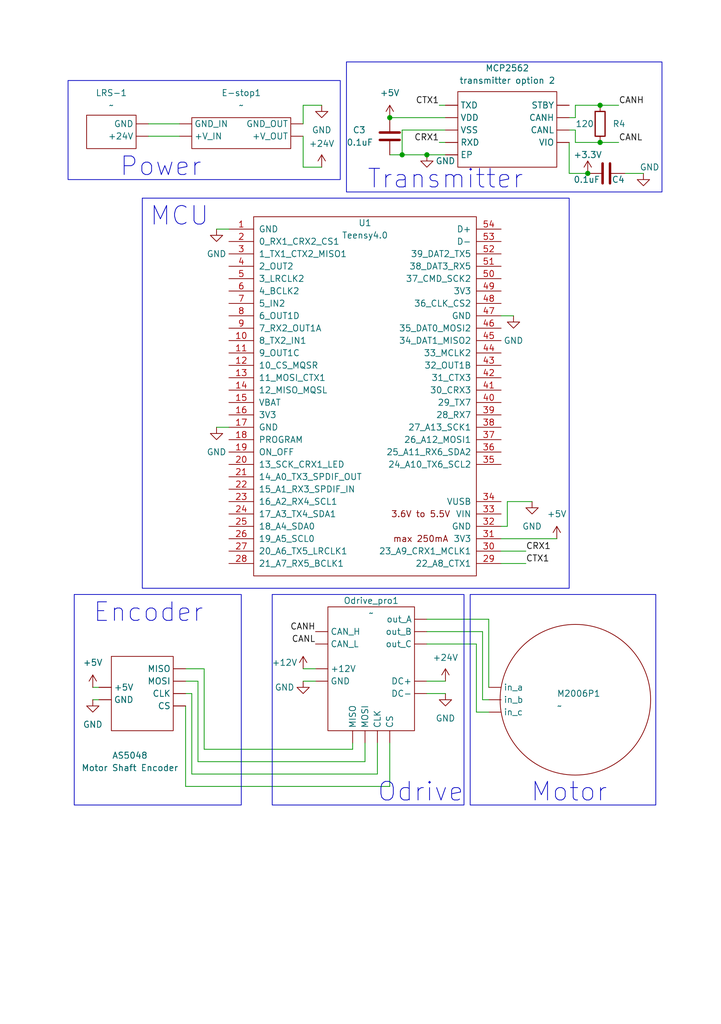
<source format=kicad_sch>
(kicad_sch (version 20250114) (generator "eeschema") (generator_version "9.0")
  (paper "A5" portrait)
  (title_block (title "RDS 1-DOF Prototype") (date "2026-02-19") (company "RDS Speedster Team 2026"))
  (lib_symbols
    (symbol "Device:C" (pin_numbers (hide yes)) (pin_names (offset 0.254))
      (property "Reference" "C" (at 0.635 2.54 0))
      (property "Value" "C" (at 0.635 -2.54 0))
      (symbol "C_0_1"
        (polyline (pts (xy -2.032 0.762) (xy 2.032 0.762)) (stroke (width 0.508)))
        (polyline (pts (xy -2.032 -0.762) (xy 2.032 -0.762)) (stroke (width 0.508)))
      )
      (symbol "C_1_1"
        (pin passive line (at 0 3.81 270) (length 2.794) (name "~") (number "1"))
        (pin passive line (at 0 -3.81 90) (length 2.794) (name "~") (number "2"))
      )
    )
    (symbol "Device:R" (pin_numbers (hide yes)) (pin_names (offset 0))
      (property "Reference" "R" (at 2.032 0 90))
      (property "Value" "R" (at 0 0 90))
      (symbol "R_0_1"
        (rectangle (start -1.016 -2.54) (end 1.016 2.54) (stroke (width 0.254)))
      )
      (symbol "R_1_1"
        (pin passive line (at 0 3.81 270) (length 1.27) (name "~") (number "1"))
        (pin passive line (at 0 -3.81 90) (length 1.27) (name "~") (number "2"))
      )
    )
    (symbol "MCP2561_1"
      (property "Reference" "MCP2" (at 0 12.7 0))
      (property "Value" "~" (at 0 10.16 0))
      (symbol "MCP2561_1_0_1"
        (rectangle (start -10.16 7.874) (end 10.16 -7.62))
      )
      (symbol "MCP2561_1_1_1"
        (pin output line (at -12.7 5.08 0) (length 2.54) (name "TXD") (number ""))
        (pin power_in line (at -12.7 2.54 0) (length 2.54) (name "VDD") (number ""))
        (pin power_in line (at -12.7 0 0) (length 2.54) (name "VSS") (number ""))
        (pin output line (at -12.7 -2.54 0) (length 2.54) (name "RXD") (number ""))
        (pin power_in line (at -12.7 -5.08 0) (length 2.54) (name "EP") (number ""))
        (pin output line (at 12.7 5.08 180) (length 2.54) (name "STBY") (number ""))
        (pin output line (at 12.7 2.54 180) (length 2.54) (name "CANH") (number ""))
        (pin output line (at 12.7 0 180) (length 2.54) (name "CANL") (number ""))
        (pin output line (at 12.7 -2.54 180) (length 2.54) (name "VIO") (number ""))
      )
    )
    (symbol "RDS_lib:AMT223C-V"
      (property "Reference" "AMT223C-V" (at -0.254 7.366 0))
      (symbol "AMT223C-V_0_1"
        (rectangle (start -6.35 8.89) (end 6.35 -6.35))
      )
      (symbol "AMT223C-V_1_1"
        (pin output line (at -8.89 3.81 0) (length 2.54) (name "CS") (number ""))
        (pin output line (at -8.89 1.27 0) (length 2.54) (name "CLK") (number ""))
        (pin output line (at -8.89 -1.27 0) (length 2.54) (name "MOSI") (number ""))
        (pin output line (at -8.89 -3.81 0) (length 2.54) (name "MISO") (number ""))
        (pin power_in line (at 8.89 2.54 180) (length 2.54) (name "GND") (number ""))
        (pin power_in line (at 8.89 0 180) (length 2.54) (name "+5V") (number ""))
      )
    )
    (symbol "RDS_lib:FB1W-YW1B-V4E02R"
      (property "Reference" "E-stop" (at 0 5.08 0))
      (symbol "FB1W-YW1B-V4E02R_0_1"
        (rectangle (start -10.16 3.81) (end 10.16 -2.54))
      )
      (symbol "FB1W-YW1B-V4E02R_1_1"
        (pin power_in line (at -12.7 2.54 0) (length 2.54) (name "GND_IN") (number ""))
        (pin power_in line (at -12.7 0 0) (length 2.54) (name "+V_IN") (number ""))
        (pin power_out line (at 12.7 2.54 180) (length 2.54) (name "GND_OUT") (number ""))
        (pin power_out line (at 12.7 0 180) (length 2.54) (name "+V_OUT") (number ""))
      )
    )
    (symbol "RDS_lib:LRS-350"
      (property "Reference" "LRS-350-24" (at 0 5.08 0))
      (symbol "LRS-350_0_1"
        (rectangle (start -5.08 2.54) (end 5.08 -4.318))
      )
      (symbol "LRS-350_1_1"
        (pin power_out line (at -7.62 0 0) (length 2.54) (name "+24V") (number ""))
        (pin power_out line (at -7.62 -2.54 0) (length 2.54) (name "GND") (number ""))
      )
    )
    (symbol "RDS_lib:M2006 P36"
      (property "Reference" "M2006P36" (at 0.508 10.922 0))
      (symbol "M2006 P36_0_1"
        (circle (center 0 0) (radius 15.4502))
      )
      (symbol "M2006 P36_1_1"
        (pin input line (at -17.78 2.54 0) (length 2.54) (name "in_a") (number ""))
        (pin input line (at -17.78 0 0) (length 2.54) (name "in_b") (number ""))
        (pin input line (at -17.78 -2.54 0) (length 2.54) (name "in_c") (number ""))
      )
    )
    (symbol "RDS_lib:odrive_pro"
      (property "Reference" "Odrive_pro" (at 0.254 12.446 0))
      (symbol "odrive_pro_0_1"
        (rectangle (start -10.16 10.16) (end 7.62 -15.24))
      )
      (symbol "odrive_pro_1_1"
        (pin input line (at -12.7 5.08 0) (length 2.54) (name "CAN_H") (number ""))
        (pin input line (at -12.7 2.54 0) (length 2.54) (name "CAN_L") (number ""))
        (pin power_in line (at -12.7 -2.54 0) (length 2.54) (name "+12V") (number ""))
        (pin power_in line (at -12.7 -5.08 0) (length 2.54) (name "GND") (number ""))
        (pin input line (at -5.08 -17.78 90) (length 2.54) (name "MISO") (number ""))
        (pin input line (at -2.54 -17.78 90) (length 2.54) (name "MOSI") (number ""))
        (pin input line (at 0 -17.78 90) (length 2.54) (name "CLK") (number ""))
        (pin input line (at 2.54 -17.78 90) (length 2.54) (name "CS") (number ""))
        (pin output line (at 10.16 7.62 180) (length 2.54) (name "out_A") (number ""))
        (pin output line (at 10.16 5.08 180) (length 2.54) (name "out_B") (number ""))
        (pin output line (at 10.16 2.54 180) (length 2.54) (name "out_C") (number ""))
        (pin power_in line (at 10.16 -5.08 180) (length 2.54) (name "DC+") (number ""))
        (pin power_in line (at 10.16 -7.62 180) (length 2.54) (name "DC-") (number ""))
      )
    )
    (symbol "power:+12V" (power) (pin_numbers (hide yes)) (pin_names (offset 0) (hide yes))
      (property "Value" "+12V" (at 0 3.556 0))
      (symbol "+12V_0_1"
        (polyline (pts (xy -0.762 1.27) (xy 0 2.54)))
        (polyline (pts (xy 0 2.54) (xy 0.762 1.27)))
        (polyline (pts (xy 0 0) (xy 0 2.54)))
      )
      (symbol "+12V_1_1"
        (pin power_in line (at 0 0 90) (length 0) (name "~") (number "1"))
      )
    )
    (symbol "power:+24V" (power) (pin_numbers (hide yes)) (pin_names (offset 0) (hide yes))
      (property "Value" "+24V" (at 0 3.556 0))
      (symbol "+24V_0_1"
        (polyline (pts (xy -0.762 1.27) (xy 0 2.54)))
        (polyline (pts (xy 0 2.54) (xy 0.762 1.27)))
        (polyline (pts (xy 0 0) (xy 0 2.54)))
      )
      (symbol "+24V_1_1"
        (pin power_in line (at 0 0 90) (length 0) (name "~") (number "1"))
      )
    )
    (symbol "power:+3.3V" (power) (pin_numbers (hide yes)) (pin_names (offset 0) (hide yes))
      (property "Value" "+3.3V" (at 0 3.556 0))
      (symbol "+3.3V_0_1"
        (polyline (pts (xy -0.762 1.27) (xy 0 2.54)))
        (polyline (pts (xy 0 2.54) (xy 0.762 1.27)))
        (polyline (pts (xy 0 0) (xy 0 2.54)))
      )
      (symbol "+3.3V_1_1"
        (pin power_in line (at 0 0 90) (length 0) (name "~") (number "1"))
      )
    )
    (symbol "power:+5V" (power) (pin_numbers (hide yes)) (pin_names (offset 0) (hide yes))
      (property "Value" "+5V" (at 0 3.556 0))
      (symbol "+5V_0_1"
        (polyline (pts (xy -0.762 1.27) (xy 0 2.54)))
        (polyline (pts (xy 0 2.54) (xy 0.762 1.27)))
        (polyline (pts (xy 0 0) (xy 0 2.54)))
      )
      (symbol "+5V_1_1"
        (pin power_in line (at 0 0 90) (length 0) (name "~") (number "1"))
      )
    )
    (symbol "power:GND" (power) (pin_numbers (hide yes)) (pin_names (offset 0) (hide yes))
      (property "Value" "GND" (at 0 -3.81 0))
      (symbol "GND_0_1"
        (polyline (pts (xy 0 0) (xy 0 -1.27) (xy 1.27 -1.27) (xy 0 -2.54) (xy -1.27 -1.27) (xy 0 -1.27)))
      )
      (symbol "GND_1_1"
        (pin power_in line (at 0 0 270) (length 0) (name "~") (number "1"))
      )
    )
    (symbol "teensy:Teensy4.0" (pin_names (offset 1.016))
      (property "Reference" "U" (at 0 39.37 0))
      (property "Value" "Teensy4.0" (at 0 -39.37 0))
      (symbol "Teensy4.0_0_0"
        (text "3.6V to 5.5V" (at 11.43 -24.13 0) (effects (font (size 1.27 1.27))))
        (text "max 250mA" (at 11.43 -29.21 0) (effects (font (size 1.27 1.27))))
        (pin bidirectional line (at -27.94 24.13 0) (length 5.08) (name "3_LRCLK2") (number "5"))
        (pin bidirectional line (at -27.94 21.59 0) (length 5.08) (name "4_BCLK2") (number "6"))
        (pin bidirectional line (at -27.94 19.05 0) (length 5.08) (name "5_IN2") (number "7"))
        (pin bidirectional line (at -27.94 16.51 0) (length 5.08) (name "6_OUT1D") (number "8"))
        (pin bidirectional line (at -27.94 13.97 0) (length 5.08) (name "7_RX2_OUT1A") (number "9"))
        (pin bidirectional line (at -27.94 11.43 0) (length 5.08) (name "8_TX2_IN1") (number "10"))
        (pin bidirectional line (at -27.94 8.89 0) (length 5.08) (name "9_OUT1C") (number "11"))
        (pin bidirectional line (at -27.94 6.35 0) (length 5.08) (name "10_CS_MQSR") (number "12"))
        (pin bidirectional line (at -27.94 3.81 0) (length 5.08) (name "11_MOSI_CTX1") (number "13"))
        (pin bidirectional line (at -27.94 1.27 0) (length 5.08) (name "12_MISO_MQSL") (number "14"))
        (pin power_in line (at -27.94 -1.27 0) (length 5.08) (name "VBAT") (number "15"))
        (pin power_in line (at -27.94 -3.81 0) (length 5.08) (name "3V3") (number "16"))
        (pin power_in line (at -27.94 -6.35 0) (length 5.08) (name "GND") (number "17"))
        (pin input line (at -27.94 -8.89 0) (length 5.08) (name "PROGRAM") (number "18"))
        (pin input line (at -27.94 -11.43 0) (length 5.08) (name "ON_OFF") (number "19"))
        (pin bidirectional line (at -27.94 -13.97 0) (length 5.08) (name "13_SCK_CRX1_LED") (number "20"))
        (pin bidirectional line (at -27.94 -16.51 0) (length 5.08) (name "14_A0_TX3_SPDIF_OUT") (number "21"))
        (pin bidirectional line (at -27.94 -19.05 0) (length 5.08) (name "15_A1_RX3_SPDIF_IN") (number "22"))
        (pin bidirectional line (at -27.94 -21.59 0) (length 5.08) (name "16_A2_RX4_SCL1") (number "23"))
        (pin bidirectional line (at -27.94 -24.13 0) (length 5.08) (name "17_A3_TX4_SDA1") (number "24"))
        (pin bidirectional line (at -27.94 -26.67 0) (length 5.08) (name "18_A4_SDA0") (number "25"))
        (pin bidirectional line (at -27.94 -29.21 0) (length 5.08) (name "19_A5_SCL0") (number "26"))
        (pin bidirectional line (at -27.94 -31.75 0) (length 5.08) (name "20_A6_TX5_LRCLK1") (number "27"))
        (pin bidirectional line (at -27.94 -34.29 0) (length 5.08) (name "21_A7_RX5_BCLK1") (number "28"))
        (pin bidirectional line (at 27.94 34.29 180) (length 5.08) (name "D+") (number "54"))
        (pin bidirectional line (at 27.94 31.75 180) (length 5.08) (name "D-") (number "53"))
        (pin bidirectional line (at 27.94 29.21 180) (length 5.08) (name "39_DAT2_TX5") (number "52"))
        (pin bidirectional line (at 27.94 26.67 180) (length 5.08) (name "38_DAT3_RX5") (number "51"))
        (pin bidirectional line (at 27.94 24.13 180) (length 5.08) (name "37_CMD_SCK2") (number "50"))
        (pin power_out line (at 27.94 21.59 180) (length 5.08) (name "3V3") (number "49"))
        (pin bidirectional line (at 27.94 19.05 180) (length 5.08) (name "36_CLK_CS2") (number "48"))
        (pin power_out line (at 27.94 16.51 180) (length 5.08) (name "GND") (number "47"))
        (pin bidirectional line (at 27.94 13.97 180) (length 5.08) (name "35_DAT0_MOSI2") (number "46"))
        (pin bidirectional line (at 27.94 11.43 180) (length 5.08) (name "34_DAT1_MISO2") (number "45"))
        (pin bidirectional line (at 27.94 8.89 180) (length 5.08) (name "33_MCLK2") (number "44"))
        (pin bidirectional line (at 27.94 6.35 180) (length 5.08) (name "32_OUT1B") (number "43"))
        (pin bidirectional line (at 27.94 3.81 180) (length 5.08) (name "31_CTX3") (number "42"))
        (pin bidirectional line (at 27.94 1.27 180) (length 5.08) (name "30_CRX3") (number "41"))
        (pin bidirectional line (at 27.94 -1.27 180) (length 5.08) (name "29_TX7") (number "40"))
        (pin bidirectional line (at 27.94 -3.81 180) (length 5.08) (name "28_RX7") (number "39"))
        (pin bidirectional line (at 27.94 -6.35 180) (length 5.08) (name "27_A13_SCK1") (number "38"))
        (pin bidirectional line (at 27.94 -8.89 180) (length 5.08) (name "26_A12_MOSI1") (number "37"))
        (pin bidirectional line (at 27.94 -11.43 180) (length 5.08) (name "25_A11_RX6_SDA2") (number "36"))
        (pin bidirectional line (at 27.94 -13.97 180) (length 5.08) (name "24_A10_TX6_SCL2") (number "35"))
        (pin power_out line (at 27.94 -21.59 180) (length 5.08) (name "VUSB") (number "34"))
        (pin power_in line (at 27.94 -24.13 180) (length 5.08) (name "VIN") (number "33"))
        (pin power_in line (at 27.94 -26.67 180) (length 5.08) (name "GND") (number "32"))
        (pin power_out line (at 27.94 -29.21 180) (length 5.08) (name "3V3") (number "31"))
        (pin bidirectional line (at 27.94 -31.75 180) (length 5.08) (name "23_A9_CRX1_MCLK1") (number "30"))
        (pin bidirectional line (at 27.94 -34.29 180) (length 5.08) (name "22_A8_CTX1") (number "29"))
      )
      (symbol "Teensy4.0_0_1"
        (rectangle (start -22.86 36.83) (end 22.86 -36.83))
        (rectangle (start -20.32 -31.75) (end -20.32 -31.75))
      )
      (symbol "Teensy4.0_1_1"
        (pin power_in line (at -27.94 34.29 0) (length 5.08) (name "GND") (number "1"))
        (pin bidirectional line (at -27.94 31.75 0) (length 5.08) (name "0_RX1_CRX2_CS1") (number "2"))
        (pin bidirectional line (at -27.94 29.21 0) (length 5.08) (name "1_TX1_CTX2_MISO1") (number "3"))
        (pin bidirectional line (at -27.94 26.67 0) (length 5.08) (name "2_OUT2") (number "4"))
      )
    )
  )
  (rectangle (start 71.12 12.7) (end 135.89 39.37))
  (rectangle (start 29.21 40.64) (end 116.84 120.65))
  (rectangle (start 96.52 121.92) (end 134.62 165.1))
  (rectangle (start 15.24 121.92) (end 49.53 165.1))
  (rectangle (start 13.97 16.51) (end 69.85 36.83))
  (rectangle (start 55.88 121.92) (end 95.25 165.1))
  (text "MCU" (at 36.83 44.45 0) (effects (font (size 3.81 3.81))))
  (text "Encoder" (at 30.48 125.73 0) (effects (font (size 3.81 3.81))))
  (text "Motor" (at 116.84 162.56 0) (effects (font (size 3.81 3.81))))
  (text "Odrive" (at 86.36 162.56 0) (effects (font (size 3.81 3.81))))
  (text "Power" (at 33.02 34.29 0) (effects (font (size 3.81 3.81))))
  (text "Transmitter" (at 91.44 36.83 0) (effects (font (size 3.81 3.81))))
  (junction (at 87.63 31.75))
  (junction (at 120.65 35.56))
  (junction (at 123.19 29.21))
  (junction (at 82.55 31.75))
  (junction (at 80.01 24.13))
  (junction (at 123.19 21.59))
  (wire (pts (xy 19.05 140.97) (xy 20.32 140.97)))
  (wire (pts (xy 99.06 129.54) (xy 87.63 129.54)))
  (wire (pts (xy 104.14 102.87) (xy 104.14 107.95)))
  (wire (pts (xy 30.48 27.94) (xy 36.83 27.94)))
  (wire (pts (xy 99.06 143.51) (xy 99.06 129.54)))
  (wire (pts (xy 82.55 26.67) (xy 91.44 26.67)))
  (wire (pts (xy 87.63 139.7) (xy 91.44 139.7)))
  (wire (pts (xy 132.08 35.56) (xy 128.27 35.56)))
  (wire (pts (xy 72.39 153.67) (xy 72.39 152.4)))
  (wire (pts (xy 41.91 137.16) (xy 41.91 153.67)))
  (wire (pts (xy 82.55 26.67) (xy 82.55 31.75)))
  (wire (pts (xy 123.19 29.21) (xy 118.11 29.21)))
  (wire (pts (xy 19.05 143.51) (xy 20.32 143.51)))
  (wire (pts (xy 114.3 110.49) (xy 102.87 110.49)))
  (wire (pts (xy 118.11 21.59) (xy 118.11 24.13)))
  (wire (pts (xy 40.64 139.7) (xy 40.64 156.21)))
  (wire (pts (xy 87.63 142.24) (xy 91.44 142.24)))
  (wire (pts (xy 62.23 25.4) (xy 62.23 21.59)))
  (wire (pts (xy 104.14 107.95) (xy 102.87 107.95)))
  (wire (pts (xy 62.23 137.16) (xy 64.77 137.16)))
  (wire (pts (xy 116.84 35.56) (xy 116.84 29.21)))
  (wire (pts (xy 99.06 143.51) (xy 100.33 143.51)))
  (wire (pts (xy 97.79 132.08) (xy 87.63 132.08)))
  (wire (pts (xy 66.04 34.29) (xy 62.23 34.29)))
  (wire (pts (xy 97.79 146.05) (xy 100.33 146.05)))
  (wire (pts (xy 77.47 158.75) (xy 77.47 152.4)))
  (wire (pts (xy 127 21.59) (xy 123.19 21.59)))
  (wire (pts (xy 38.1 139.7) (xy 40.64 139.7)))
  (wire (pts (xy 30.48 25.4) (xy 36.83 25.4)))
  (wire (pts (xy 44.45 87.63) (xy 46.99 87.63)))
  (wire (pts (xy 118.11 24.13) (xy 116.84 24.13)))
  (wire (pts (xy 87.63 31.75) (xy 82.55 31.75)))
  (wire (pts (xy 38.1 137.16) (xy 41.91 137.16)))
  (wire (pts (xy 39.37 142.24) (xy 39.37 158.75)))
  (wire (pts (xy 87.63 31.75) (xy 91.44 31.75)))
  (wire (pts (xy 105.41 64.77) (xy 102.87 64.77)))
  (wire (pts (xy 90.17 21.59) (xy 91.44 21.59)))
  (wire (pts (xy 100.33 140.97) (xy 100.33 127)))
  (wire (pts (xy 38.1 142.24) (xy 39.37 142.24)))
  (wire (pts (xy 118.11 29.21) (xy 118.11 26.67)))
  (wire (pts (xy 127 29.21) (xy 123.19 29.21)))
  (wire (pts (xy 118.11 26.67) (xy 116.84 26.67)))
  (wire (pts (xy 38.1 144.78) (xy 38.1 161.29)))
  (wire (pts (xy 38.1 161.29) (xy 80.01 161.29)))
  (wire (pts (xy 44.45 46.99) (xy 46.99 46.99)))
  (wire (pts (xy 102.87 113.03) (xy 107.95 113.03)))
  (wire (pts (xy 80.01 31.75) (xy 82.55 31.75)))
  (wire (pts (xy 109.22 102.87) (xy 104.14 102.87)))
  (wire (pts (xy 102.87 115.57) (xy 107.95 115.57)))
  (wire (pts (xy 62.23 139.7) (xy 64.77 139.7)))
  (wire (pts (xy 62.23 21.59) (xy 66.04 21.59)))
  (wire (pts (xy 39.37 158.75) (xy 77.47 158.75)))
  (wire (pts (xy 120.65 35.56) (xy 116.84 35.56)))
  (wire (pts (xy 80.01 24.13) (xy 91.44 24.13)))
  (wire (pts (xy 97.79 146.05) (xy 97.79 132.08)))
  (wire (pts (xy 62.23 34.29) (xy 62.23 27.94)))
  (wire (pts (xy 123.19 21.59) (xy 118.11 21.59)))
  (wire (pts (xy 100.33 127) (xy 87.63 127)))
  (wire (pts (xy 41.91 153.67) (xy 72.39 153.67)))
  (wire (pts (xy 90.17 29.21) (xy 91.44 29.21)))
  (wire (pts (xy 80.01 161.29) (xy 80.01 152.4)))
  (wire (pts (xy 74.93 156.21) (xy 74.93 152.4)))
  (wire (pts (xy 40.64 156.21) (xy 74.93 156.21)))
  (label "CANL" (at 127 29.21 0))
  (label "CRX1" (at 90.17 29.21 180))
  (label "CRX1" (at 107.95 113.03 0))
  (label "CANH" (at 64.77 129.54 180))
  (label "CANL" (at 64.77 132.08 180))
  (label "CTX1" (at 90.17 21.59 180))
  (label "CANH" (at 127 21.59 0))
  (label "CTX1" (at 107.95 115.57 0))
  (symbol (lib_id "power:GND") (at 19.05 143.51 0) (unit 1)
    (property "Reference" "#PWR08" (effects (hide yes)))
    (property "Value" "GND" (at 19.05 148.59 0))
    (property "Description" "Power symbol creates a global label with name \"GND\" , ground" (effects (hide yes)))
  )
  (symbol (lib_id "power:GND") (at 109.22 102.87 0) (unit 1)
    (property "Reference" "#PWR026" (effects (hide yes)))
    (property "Value" "GND" (at 109.22 107.95 0))
    (property "Description" "Power symbol creates a global label with name \"GND\" , ground" (effects (hide yes)))
  )
  (symbol (lib_id "teensy:Teensy4.0") (at 74.93 81.28 0) (unit 1)
    (property "Reference" "U1" (at 74.93 45.72 0))
    (property "Value" "Teensy4.0" (at 74.93 48.26 0))
  )
  (symbol (lib_id "Device:C") (at 80.01 27.94 180) (unit 1)
    (property "Reference" "C3" (at 72.39 26.67 0) (effects (justify right)))
    (property "Value" "0.1uF" (at 71.12 29.21 0) (effects (justify right)))
    (property "Description" "Unpolarized capacitor" (effects (hide yes)))
  )
  (symbol (lib_id "power:GND") (at 91.44 142.24 0) (unit 1)
    (property "Reference" "#PWR04" (effects (hide yes)))
    (property "Value" "GND" (at 91.44 147.32 0))
    (property "Description" "Power symbol creates a global label with name \"GND\" , ground" (effects (hide yes)))
  )
  (symbol (lib_id "Device:R") (at 123.19 25.4 0) (unit 1)
    (property "Reference" "R4" (at 125.73 25.4 0) (effects (justify left)))
    (property "Value" "120" (at 118.11 25.4 0) (effects (justify left)))
    (property "Description" "Resistor" (effects (hide yes)))
  )
  (symbol (lib_id "RDS_lib:M2006 P36") (at 118.11 143.51 0) (unit 1)
    (property "Reference" "M2006P1" (at 114.3 142.24 0) (effects (justify left)))
    (property "Value" "~" (at 114.3 144.78 0) (effects (justify left)))
  )
  (symbol (lib_id "power:GND") (at 105.41 64.77 0) (unit 1)
    (property "Reference" "#PWR025" (effects (hide yes)))
    (property "Value" "GND" (at 105.41 69.85 0))
    (property "Description" "Power symbol creates a global label with name \"GND\" , ground" (effects (hide yes)))
  )
  (symbol (lib_id "power:GND") (at 66.04 21.59 0) (unit 1)
    (property "Reference" "#PWR02" (effects (hide yes)))
    (property "Value" "GND" (at 66.04 26.67 0))
    (property "Description" "Power symbol creates a global label with name \"GND\" , ground" (effects (hide yes)))
  )
  (symbol (lib_id "power:+5V") (at 80.01 24.13 0) (unit 1)
    (property "Reference" "#PWR014" (effects (hide yes)))
    (property "Value" "+5V" (at 80.01 19.05 0))
    (property "Description" "Power symbol creates a global label with name \"+5V\"" (effects (hide yes)))
  )
  (symbol (lib_id "RDS_lib:odrive_pro") (at 77.47 134.62 0) (unit 1)
    (property "Reference" "Odrive_pro1" (at 76.2 123.19 0))
    (property "Value" "~" (at 76.2 125.73 0))
    (property "Datasheet" "https://shop.odriverobotics.com/products/odrive-pro" (effects (hide yes)))
  )
  (symbol (lib_id "power:+5V") (at 19.05 140.97 0) (unit 1)
    (property "Reference" "#PWR07" (effects (hide yes)))
    (property "Value" "+5V" (at 19.05 135.89 0))
    (property "Description" "Power symbol creates a global label with name \"+5V\"" (effects (hide yes)))
  )
  (symbol (lib_id "RDS_lib:FB1W-YW1B-V4E02R") (at 49.53 27.94 0) (unit 1)
    (property "Reference" "E-stop1" (at 49.53 19.05 0))
    (property "Value" "~" (at 49.53 21.59 0))
  )
  (symbol (lib_id "power:+5V") (at 114.3 110.49 0) (unit 1)
    (property "Reference" "#PWR05" (effects (hide yes)))
    (property "Value" "+5V" (at 114.3 105.41 0))
    (property "Description" "Power symbol creates a global label with name \"+5V\"" (effects (hide yes)))
  )
  (symbol (lib_id "Device:C") (at 124.46 35.56 270) (unit 1)
    (property "Reference" "C4" (at 128.27 36.83 90) (effects (justify right)))
    (property "Value" "0.1uF" (at 123.19 36.83 90) (effects (justify right)))
    (property "Description" "Unpolarized capacitor" (effects (hide yes)))
  )
  (symbol (lib_id "power:GND") (at 132.08 35.56 0) (unit 1)
    (property "Reference" "#PWR022" (effects (hide yes)))
    (property "Value" "GND" (at 133.35 34.29 0))
    (property "Description" "Power symbol creates a global label with name \"GND\" , ground" (effects (hide yes)))
  )
  (symbol (lib_id "power:GND") (at 44.45 87.63 0) (unit 1)
    (property "Reference" "#PWR024" (effects (hide yes)))
    (property "Value" "GND" (at 44.45 92.71 0))
    (property "Description" "Power symbol creates a global label with name \"GND\" , ground" (effects (hide yes)))
  )
  (symbol (lib_id "power:+24V") (at 91.44 139.7 0) (unit 1)
    (property "Reference" "#PWR03" (effects (hide yes)))
    (property "Value" "+24V" (at 91.44 134.874 0))
    (property "Description" "Power symbol creates a global label with name \"+24V\"" (effects (hide yes)))
  )
  (symbol (lib_id "power:+24V") (at 66.04 34.29 0) (unit 1)
    (property "Reference" "#PWR01" (effects (hide yes)))
    (property "Value" "+24V" (at 66.04 29.464 0))
    (property "Description" "Power symbol creates a global label with name \"+24V\"" (effects (hide yes)))
  )
  (symbol (lib_name "MCP2561_1") (lib_id "RDS_lib:MCP2561") (at 104.14 26.67 0) (unit 1)
    (property "Reference" "MCP2562" (at 104.14 13.97 0))
    (property "Value" "transmitter option 2" (at 104.14 16.51 0))
    (property "Datasheet" "https://www.digikey.com/en/products/detail/microchip-technology/MCP2561-E-SN/4079961" (effects (hide yes)))
  )
  (symbol (lib_id "power:+12V") (at 62.23 137.16 0) (unit 1)
    (property "Reference" "#PWR027" (effects (hide yes)))
    (property "Value" "+12V" (at 58.42 135.89 0))
    (property "Description" "Power symbol creates a global label with name \"+12V\"" (effects (hide yes)))
  )
  (symbol (lib_id "RDS_lib:LRS-350") (at 22.86 27.94 180) (unit 1)
    (property "Reference" "LRS-1" (at 22.86 19.05 0))
    (property "Value" "~" (at 22.86 21.59 0))
  )
  (symbol (lib_id "power:GND") (at 62.23 139.7 0) (unit 1)
    (property "Reference" "#PWR028" (effects (hide yes)))
    (property "Value" "GND" (at 58.42 140.97 0))
    (property "Description" "Power symbol creates a global label with name \"GND\" , ground" (effects (hide yes)))
  )
  (symbol (lib_id "RDS_lib:AMT223C-V") (at 29.21 140.97 180) (unit 1)
    (property "Reference" "AS5048" (at 26.67 154.94 0))
    (property "Value" "Motor Shaft Encoder" (at 26.67 157.48 0))
    (property "Datasheet" "https://www.sameskydevices.com/product/resource/amt22-v.pdf" (effects (hide yes)))
  )
  (symbol (lib_id "power:+3.3V") (at 120.65 35.56 0) (unit 1)
    (property "Reference" "#PWR019" (effects (hide yes)))
    (property "Value" "+3.3V" (at 120.65 31.75 0))
    (property "Description" "Power symbol creates a global label with name \"+3.3V\"" (effects (hide yes)))
  )
  (symbol (lib_id "power:GND") (at 87.63 31.75 0) (unit 1)
    (property "Reference" "#PWR016" (effects (hide yes)))
    (property "Value" "GND" (at 91.44 33.02 0))
    (property "Description" "Power symbol creates a global label with name \"GND\" , ground" (effects (hide yes)))
  )
  (symbol (lib_id "power:GND") (at 44.45 46.99 0) (unit 1)
    (property "Reference" "#PWR023" (effects (hide yes)))
    (property "Value" "GND" (at 44.45 52.07 0))
    (property "Description" "Power symbol creates a global label with name \"GND\" , ground" (effects (hide yes)))
  )
)
</source>
